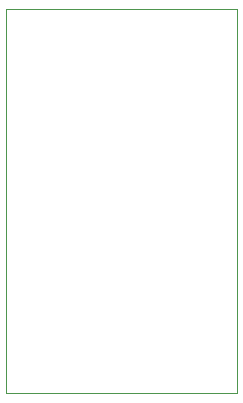
<source format=gbr>
G04 #@! TF.GenerationSoftware,KiCad,Pcbnew,5.0.2-bee76a0~70~ubuntu16.04.1*
G04 #@! TF.CreationDate,2019-01-24T21:22:35-05:00*
G04 #@! TF.ProjectId,pcb,7063622e-6b69-4636-9164-5f7063625858,v01*
G04 #@! TF.SameCoordinates,Original*
G04 #@! TF.FileFunction,Profile,NP*
%FSLAX46Y46*%
G04 Gerber Fmt 4.6, Leading zero omitted, Abs format (unit mm)*
G04 Created by KiCad (PCBNEW 5.0.2-bee76a0~70~ubuntu16.04.1) date Thu 24 Jan 2019 09:22:35 PM EST*
%MOMM*%
%LPD*%
G01*
G04 APERTURE LIST*
%ADD10C,0.025400*%
G04 APERTURE END LIST*
D10*
X99568000Y-112776000D02*
X99568000Y-80264000D01*
X119126000Y-112776000D02*
X99568000Y-112776000D01*
X119126000Y-80264000D02*
X119126000Y-112776000D01*
X99568000Y-80264000D02*
X119126000Y-80264000D01*
M02*

</source>
